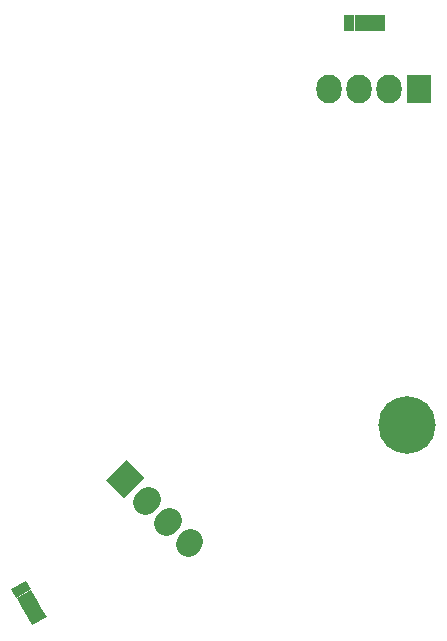
<source format=gts>
G04 #@! TF.FileFunction,Soldermask,Top*
%FSLAX46Y46*%
G04 Gerber Fmt 4.6, Leading zero omitted, Abs format (unit mm)*
G04 Created by KiCad (PCBNEW 4.0.2+dfsg1-stable) date Fri 05 Oct 2018 02:53:01 AM EDT*
%MOMM*%
G01*
G04 APERTURE LIST*
%ADD10C,0.100000*%
%ADD11C,4.870400*%
%ADD12C,2.127200*%
%ADD13R,2.127200X2.432000*%
%ADD14O,2.127200X2.432000*%
%ADD15R,0.850000X1.400000*%
%ADD16R,1.000000X1.400000*%
%ADD17R,0.750000X1.400000*%
%ADD18R,0.900000X1.400000*%
G04 APERTURE END LIST*
D10*
D11*
X151892000Y-106172000D03*
D10*
G36*
X127908237Y-112355921D02*
X126404079Y-110851763D01*
X128123763Y-109132079D01*
X129627921Y-110636237D01*
X127908237Y-112355921D01*
X127908237Y-112355921D01*
G37*
D12*
X129704288Y-112647814D02*
X129919814Y-112432288D01*
X131500339Y-114443865D02*
X131715865Y-114228339D01*
X133296391Y-116239917D02*
X133511917Y-116024391D01*
D10*
G36*
X118356795Y-120039757D02*
X119569231Y-119339757D01*
X119994231Y-120075879D01*
X118781795Y-120775879D01*
X118356795Y-120039757D01*
X118356795Y-120039757D01*
G37*
G36*
X118806795Y-120819179D02*
X120019231Y-120119179D01*
X120519231Y-120985205D01*
X119306795Y-121685205D01*
X118806795Y-120819179D01*
X118806795Y-120819179D01*
G37*
G36*
X119306795Y-121685205D02*
X120519231Y-120985205D01*
X120894231Y-121634725D01*
X119681795Y-122334725D01*
X119306795Y-121685205D01*
X119306795Y-121685205D01*
G37*
G36*
X119681795Y-122334725D02*
X120894231Y-121634725D01*
X121344231Y-122414147D01*
X120131795Y-123114147D01*
X119681795Y-122334725D01*
X119681795Y-122334725D01*
G37*
D13*
X152908000Y-77724000D03*
D14*
X150368000Y-77724000D03*
X147828000Y-77724000D03*
X145288000Y-77724000D03*
D15*
X149611000Y-72128000D03*
D16*
X148636000Y-72128000D03*
D17*
X147761000Y-72128000D03*
D18*
X146936000Y-72128000D03*
M02*

</source>
